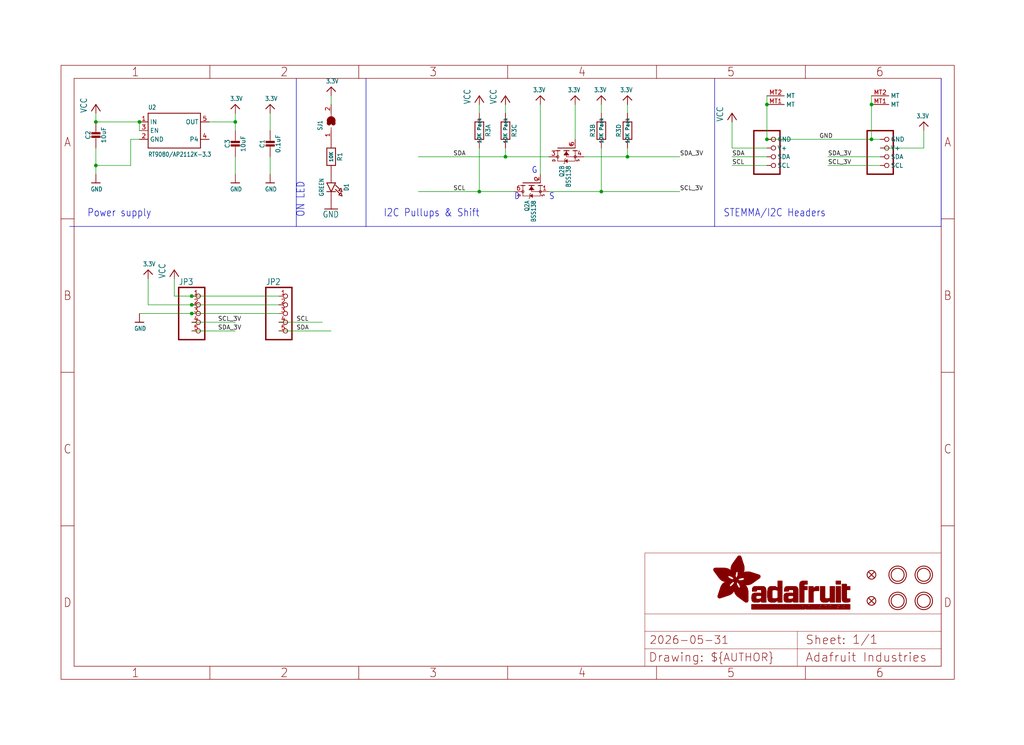
<source format=kicad_sch>
(kicad_sch (version 20230121) (generator eeschema)
  (paper "User" 298.45 217.322)
  (lib_symbols
    (symbol "working-eagle-import:3.3V" (power)
      (property "Value" "3.3V" (at -1.524 1.016 0))
      (symbol "3.3V_1_0"
        (pin power_in line (at 0 -2.54 90) (length 2.54) (name "3.3V") (number "1"))
      )
    )
    (symbol "working-eagle-import:CAP_CERAMIC0603_NO"
      (property "Reference" "C" (at -2.29 1.25 90))
      (symbol "CAP_CERAMIC0603_NO_1_0"
        (pin passive line (at 0 5.08 270) (length 2.54) (name "1") (number "1"))
        (pin passive line (at 0 -2.54 90) (length 2.54) (name "2") (number "2"))
      )
    )
    (symbol "working-eagle-import:CAP_CERAMIC0805-NOOUTLINE"
      (property "Reference" "C" (at -2.29 1.25 90))
      (symbol "CAP_CERAMIC0805-NOOUTLINE_1_0"
        (pin passive line (at 0 5.08 270) (length 2.54) (name "1") (number "1"))
        (pin passive line (at 0 -2.54 90) (length 2.54) (name "2") (number "2"))
      )
    )
    (symbol "working-eagle-import:FIDUCIAL_1MM")
    (symbol "working-eagle-import:FRAME_A4_ADAFRUIT"
      (symbol "FRAME_A4_ADAFRUIT_1_0"
        (text "${#}/${##}" (at 230.505 10.16 0) (effects (font (size 2.54 2.54)) (justify left bottom)))
        (text "${AUTHOR}" (at 189.23 5.08 0) (effects (font (size 2.286 2.286)) (justify left bottom)))
        (text "${CURRENT_DATE}" (at 171.45 10.16 0) (effects (font (size 2.286 2.286)) (justify left bottom)))
        (text "${PROJECTNAME}" (at 171.45 15.24 0) (effects (font (size 2.54 2.54)) (justify left bottom)))
        (text "1" (at 21.6958 1.905 0) (effects (font (size 2.54 2.286))))
        (text "1" (at 21.6958 177.165 0) (effects (font (size 2.54 2.286))))
        (text "2" (at 65.0875 1.905 0) (effects (font (size 2.54 2.286))))
        (text "2" (at 65.0875 177.165 0) (effects (font (size 2.54 2.286))))
        (text "3" (at 108.4792 1.905 0) (effects (font (size 2.54 2.286))))
        (text "3" (at 108.4792 177.165 0) (effects (font (size 2.54 2.286))))
        (text "4" (at 151.8708 1.905 0) (effects (font (size 2.54 2.286))))
        (text "4" (at 151.8708 177.165 0) (effects (font (size 2.54 2.286))))
        (text "5" (at 195.2625 1.905 0) (effects (font (size 2.54 2.286))))
        (text "5" (at 195.2625 177.165 0) (effects (font (size 2.54 2.286))))
        (text "6" (at 238.6542 1.905 0) (effects (font (size 2.54 2.286))))
        (text "6" (at 238.6542 177.165 0) (effects (font (size 2.54 2.286))))
        (text "A" (at 1.905 156.6863 0) (effects (font (size 2.54 2.286))))
        (text "A" (at 258.445 156.6863 0) (effects (font (size 2.54 2.286))))
        (text "Adafruit Industries" (at 216.916 4.953 0) (effects (font (size 2.54 2.54)) (justify left bottom)))
        (text "B" (at 1.905 111.9188 0) (effects (font (size 2.54 2.286))))
        (text "B" (at 258.445 111.9188 0) (effects (font (size 2.54 2.286))))
        (text "C" (at 1.905 67.1513 0) (effects (font (size 2.54 2.286))))
        (text "C" (at 258.445 67.1513 0) (effects (font (size 2.54 2.286))))
        (text "D" (at 1.905 22.3838 0) (effects (font (size 2.54 2.286))))
        (text "D" (at 258.445 22.3838 0) (effects (font (size 2.54 2.286))))
        (text "Drawing:" (at 171.196 4.953 0) (effects (font (size 2.54 2.54)) (justify left bottom)))
        (text "Sheet:" (at 216.916 10.033 0) (effects (font (size 2.54 2.54)) (justify left bottom)))
      )
    )
    (symbol "working-eagle-import:GND" (power)
      (property "Value" "GND" (at -1.524 -2.54 0))
      (symbol "GND_1_0"
        (pin power_in line (at 0 2.54 270) (length 2.54) (name "GND") (number "1"))
      )
    )
    (symbol "working-eagle-import:HEADER-1X576MIL"
      (property "Reference" "JP" (at -6.35 8.255 0))
      (symbol "HEADER-1X576MIL_1_0"
        (pin passive inverted (at -2.54 5.08 0) (length 2.54) (name "1") (number "1"))
        (pin passive inverted (at -2.54 2.54 0) (length 2.54) (name "2") (number "2"))
        (pin passive inverted (at -2.54 0 0) (length 2.54) (name "3") (number "3"))
        (pin passive inverted (at -2.54 -2.54 0) (length 2.54) (name "4") (number "4"))
        (pin passive inverted (at -2.54 -5.08 0) (length 2.54) (name "5") (number "5"))
      )
    )
    (symbol "working-eagle-import:LED0603_NOOUTLINE"
      (property "Reference" "D" (at -1.27 4.445 0))
      (symbol "LED0603_NOOUTLINE_1_0"
        (pin passive line (at -5.08 0 0) (length 2.54) (name "A") (number "A"))
        (pin passive line (at 2.54 0 180) (length 2.54) (name "C") (number "C"))
      )
    )
    (symbol "working-eagle-import:MOSFET-N_DUAL"
      (property "Reference" "Q" (at 5.08 0.635 0))
      (symbol "MOSFET-N_DUAL_1_0"
        (text "D" (at 3.175 3.175 0) (effects (font (size 0.8128 0.6908)) (justify left bottom)))
        (text "G" (at -1.27 -1.905 0) (effects (font (size 0.8128 0.6908)) (justify left bottom)))
        (text "S" (at 3.175 -3.81 0) (effects (font (size 0.8128 0.6908)) (justify left bottom)))
        (pin bidirectional line (at 2.54 -5.08 90) (length 2.54) (name "S") (number "1"))
        (pin bidirectional line (at -2.54 -2.54 0) (length 2.54) (name "G") (number "2"))
        (pin bidirectional line (at 2.54 5.08 270) (length 2.54) (name "D") (number "6"))
      )
      (symbol "MOSFET-N_DUAL_2_0"
        (text "D" (at 3.175 3.175 0) (effects (font (size 0.8128 0.6908)) (justify left bottom)))
        (text "G" (at -1.27 -1.905 0) (effects (font (size 0.8128 0.6908)) (justify left bottom)))
        (text "S" (at 3.175 -3.81 0) (effects (font (size 0.8128 0.6908)) (justify left bottom)))
        (pin bidirectional line (at 2.54 5.08 270) (length 2.54) (name "D") (number "3"))
        (pin bidirectional line (at 2.54 -5.08 90) (length 2.54) (name "S") (number "4"))
        (pin bidirectional line (at -2.54 -2.54 0) (length 2.54) (name "G") (number "5"))
      )
    )
    (symbol "working-eagle-import:MOUNTINGHOLE2.5")
    (symbol "working-eagle-import:RESISTOR_0603_NOOUT"
      (property "Reference" "R" (at 0 2.54 0))
      (symbol "RESISTOR_0603_NOOUT_1_0"
        (pin passive line (at -5.08 0 0) (length 2.54) (name "1") (number "1"))
        (pin passive line (at 5.08 0 180) (length 2.54) (name "2") (number "2"))
      )
    )
    (symbol "working-eagle-import:RESISTOR_4PACK"
      (property "Reference" "R" (at 0 2.54 0))
      (symbol "RESISTOR_4PACK_1_0"
        (pin passive line (at -5.08 0 0) (length 2.54) (name "1") (number "1"))
        (pin passive line (at 5.08 0 180) (length 2.54) (name "2") (number "8"))
      )
      (symbol "RESISTOR_4PACK_2_0"
        (pin passive line (at -5.08 0 0) (length 2.54) (name "1") (number "2"))
        (pin passive line (at 5.08 0 180) (length 2.54) (name "2") (number "7"))
      )
      (symbol "RESISTOR_4PACK_3_0"
        (pin passive line (at -5.08 0 0) (length 2.54) (name "1") (number "3"))
        (pin passive line (at 5.08 0 180) (length 2.54) (name "2") (number "6"))
      )
      (symbol "RESISTOR_4PACK_4_0"
        (pin passive line (at -5.08 0 0) (length 2.54) (name "1") (number "4"))
        (pin passive line (at 5.08 0 180) (length 2.54) (name "2") (number "5"))
      )
    )
    (symbol "working-eagle-import:SOLDERJUMPERCLOSED"
      (property "Reference" "SJ" (at -2.54 2.54 0))
      (symbol "SOLDERJUMPERCLOSED_1_0"
        (pin passive line (at -5.08 0 0) (length 2.54) (name "1") (number "1"))
        (pin passive line (at 5.08 0 180) (length 2.54) (name "2") (number "2"))
      )
    )
    (symbol "working-eagle-import:STEMMA_I2C_QT"
      (symbol "STEMMA_I2C_QT_1_0"
        (pin passive inverted (at 0 5.08 0) (length 2.54) (name "GND") (number "1"))
        (pin passive inverted (at 0 2.54 0) (length 2.54) (name "V+") (number "2"))
        (pin passive inverted (at 0 0 0) (length 2.54) (name "SDA") (number "3"))
        (pin passive inverted (at 0 -2.54 0) (length 2.54) (name "SCL") (number "4"))
      )
      (symbol "STEMMA_I2C_QT_2_0"
        (pin bidirectional line (at 0 0 0) (length 5.08) (name "MT") (number "MT1"))
      )
      (symbol "STEMMA_I2C_QT_3_0"
        (pin bidirectional line (at 0 0 0) (length 5.08) (name "MT") (number "MT2"))
      )
    )
    (symbol "working-eagle-import:VCC" (power)
      (property "Value" "VCC" (at -2.54 -2.54 90))
      (symbol "VCC_1_0"
        (pin power_in line (at 0 -2.54 90) (length 2.54) (name "VCC") (number "1"))
      )
    )
    (symbol "working-eagle-import:VREG_SOT23-5"
      (property "Reference" "U" (at -7.62 6.096 0))
      (symbol "VREG_SOT23-5_1_0"
        (pin power_in line (at -10.16 2.54 0) (length 2.54) (name "IN") (number "1"))
        (pin power_in line (at -10.16 -2.54 0) (length 2.54) (name "GND") (number "2"))
        (pin input line (at -10.16 0 0) (length 2.54) (name "EN") (number "3"))
        (pin bidirectional line (at 10.16 -2.54 180) (length 2.54) (name "P4") (number "4"))
        (pin power_in line (at 10.16 2.54 180) (length 2.54) (name "OUT") (number "5"))
      )
    )
    (symbol "working-eagle-import:supply1_GND" (power)
      (property "Value" "supply1_GND" (at -2.54 -2.54 0))
      (symbol "supply1_GND_1_0"
        (pin power_in line (at 0 2.54 270) (length 2.54) (name "GND") (number "1"))
      )
    )
  )
  (junction (at 223.52 30.48))
  (junction (at 27.94 35.56))
  (junction (at 68.58 35.56))
  (junction (at 147.32 45.72))
  (junction (at 55.88 91.44))
  (junction (at 175.26 55.88))
  (junction (at 182.88 45.72))
  (junction (at 254 30.48))
  (junction (at 55.88 86.36))
  (junction (at 254 40.64))
  (junction (at 55.88 88.9))
  (junction (at 40.64 35.56))
  (junction (at 27.94 48.26))
  (junction (at 223.52 40.64))
  (junction (at 139.7 55.88))
  (wire (pts (xy 175.26 33.02) (xy 175.26 30.48)) (stroke (width 0.1524)))
  (wire (pts (xy 147.32 33.02) (xy 147.32 30.48)) (stroke (width 0.1524)))
  (wire (pts (xy 40.64 35.56) (xy 27.94 35.56)) (stroke (width 0.1524)))
  (wire (pts (xy 40.64 38.1) (xy 40.64 35.56)) (stroke (width 0.1524)))
  (wire (pts (xy 269.24 43.18) (xy 269.24 38.1)) (stroke (width 0.1524)))
  (wire (pts (xy 157.48 50.8) (xy 157.48 30.48)) (stroke (width 0.1524)))
  (wire (pts (xy 182.88 43.18) (xy 182.88 45.72)) (stroke (width 0.1524)))
  (wire (pts (xy 160.02 55.88) (xy 175.26 55.88)) (stroke (width 0.1524)))
  (wire (pts (xy 78.74 45.72) (xy 78.74 50.8)) (stroke (width 0.1524)))
  (wire (pts (xy 81.28 93.98) (xy 93.98 93.98)) (stroke (width 0.1524)))
  (wire (pts (xy 223.52 43.18) (xy 213.36 43.18)) (stroke (width 0.1524)))
  (wire (pts (xy 167.64 40.64) (xy 167.64 30.48)) (stroke (width 0.1524)))
  (wire (pts (xy 38.1 40.64) (xy 38.1 48.26)) (stroke (width 0.1524)))
  (wire (pts (xy 254 30.48) (xy 254 40.64)) (stroke (width 0.1524)))
  (wire (pts (xy 40.64 40.64) (xy 38.1 40.64)) (stroke (width 0.1524)))
  (wire (pts (xy 254 27.94) (xy 254 30.48)) (stroke (width 0.1524)))
  (wire (pts (xy 147.32 45.72) (xy 121.92 45.72)) (stroke (width 0.1524)))
  (wire (pts (xy 38.1 48.26) (xy 27.94 48.26)) (stroke (width 0.1524)))
  (wire (pts (xy 68.58 35.56) (xy 68.58 33.02)) (stroke (width 0.1524)))
  (wire (pts (xy 55.88 88.9) (xy 81.28 88.9)) (stroke (width 0.1524)))
  (wire (pts (xy 254 40.64) (xy 223.52 40.64)) (stroke (width 0.1524)))
  (wire (pts (xy 68.58 96.52) (xy 55.88 96.52)) (stroke (width 0.1524)))
  (wire (pts (xy 43.18 88.9) (xy 43.18 81.28)) (stroke (width 0.1524)))
  (wire (pts (xy 149.86 55.88) (xy 139.7 55.88)) (stroke (width 0.1524)))
  (wire (pts (xy 27.94 48.26) (xy 27.94 50.8)) (stroke (width 0.1524)))
  (wire (pts (xy 175.26 55.88) (xy 198.12 55.88)) (stroke (width 0.1524)))
  (wire (pts (xy 170.18 45.72) (xy 182.88 45.72)) (stroke (width 0.1524)))
  (wire (pts (xy 213.36 48.26) (xy 223.52 48.26)) (stroke (width 0.1524)))
  (wire (pts (xy 256.54 43.18) (xy 269.24 43.18)) (stroke (width 0.1524)))
  (wire (pts (xy 147.32 43.18) (xy 147.32 45.72)) (stroke (width 0.1524)))
  (polyline (pts (xy 208.28 66.04) (xy 274.32 66.04)) (stroke (width 0.1524) (type solid)))
  (wire (pts (xy 81.28 96.52) (xy 96.52 96.52)) (stroke (width 0.1524)))
  (wire (pts (xy 27.94 33.02) (xy 27.94 35.56)) (stroke (width 0.1524)))
  (wire (pts (xy 96.52 30.48) (xy 96.52 27.94)) (stroke (width 0.1524)))
  (wire (pts (xy 223.52 27.94) (xy 223.52 30.48)) (stroke (width 0.1524)))
  (wire (pts (xy 78.74 33.02) (xy 78.74 38.1)) (stroke (width 0.1524)))
  (wire (pts (xy 55.88 91.44) (xy 40.64 91.44)) (stroke (width 0.1524)))
  (wire (pts (xy 55.88 86.36) (xy 50.8 86.36)) (stroke (width 0.1524)))
  (wire (pts (xy 213.36 43.18) (xy 213.36 35.56)) (stroke (width 0.1524)))
  (wire (pts (xy 223.52 30.48) (xy 223.52 40.64)) (stroke (width 0.1524)))
  (wire (pts (xy 139.7 55.88) (xy 121.92 55.88)) (stroke (width 0.1524)))
  (wire (pts (xy 60.96 35.56) (xy 68.58 35.56)) (stroke (width 0.1524)))
  (polyline (pts (xy 208.28 22.86) (xy 208.28 66.04)) (stroke (width 0.1524) (type solid)))
  (polyline (pts (xy 20.32 66.04) (xy 86.36 66.04)) (stroke (width 0.1524) (type solid)))
  (polyline (pts (xy 274.32 22.86) (xy 274.32 66.04)) (stroke (width 0.1524) (type solid)))
  (polyline (pts (xy 106.68 22.86) (xy 106.68 66.04)) (stroke (width 0.1524) (type solid)))
  (wire (pts (xy 55.88 91.44) (xy 81.28 91.44)) (stroke (width 0.1524)))
  (polyline (pts (xy 86.36 22.86) (xy 86.36 66.04)) (stroke (width 0.1524) (type solid)))
  (wire (pts (xy 182.88 45.72) (xy 198.12 45.72)) (stroke (width 0.1524)))
  (wire (pts (xy 241.3 48.26) (xy 256.54 48.26)) (stroke (width 0.1524)))
  (polyline (pts (xy 106.68 66.04) (xy 208.28 66.04)) (stroke (width 0.1524) (type solid)))
  (wire (pts (xy 256.54 40.64) (xy 254 40.64)) (stroke (width 0.1524)))
  (wire (pts (xy 55.88 93.98) (xy 68.58 93.98)) (stroke (width 0.1524)))
  (wire (pts (xy 27.94 48.26) (xy 27.94 43.18)) (stroke (width 0.1524)))
  (wire (pts (xy 139.7 43.18) (xy 139.7 55.88)) (stroke (width 0.1524)))
  (wire (pts (xy 256.54 45.72) (xy 241.3 45.72)) (stroke (width 0.1524)))
  (wire (pts (xy 68.58 35.56) (xy 68.58 38.1)) (stroke (width 0.1524)))
  (wire (pts (xy 160.02 45.72) (xy 147.32 45.72)) (stroke (width 0.1524)))
  (wire (pts (xy 175.26 43.18) (xy 175.26 55.88)) (stroke (width 0.1524)))
  (wire (pts (xy 182.88 33.02) (xy 182.88 30.48)) (stroke (width 0.1524)))
  (polyline (pts (xy 86.36 66.04) (xy 106.68 66.04)) (stroke (width 0.1524) (type solid)))
  (wire (pts (xy 55.88 88.9) (xy 43.18 88.9)) (stroke (width 0.1524)))
  (wire (pts (xy 223.52 45.72) (xy 213.36 45.72)) (stroke (width 0.1524)))
  (wire (pts (xy 50.8 86.36) (xy 50.8 81.28)) (stroke (width 0.1524)))
  (wire (pts (xy 68.58 45.72) (xy 68.58 50.8)) (stroke (width 0.1524)))
  (wire (pts (xy 55.88 86.36) (xy 81.28 86.36)) (stroke (width 0.1524)))
  (wire (pts (xy 139.7 30.48) (xy 139.7 33.02)) (stroke (width 0.1524)))
  (text "S" (at 160.02 58.42 0) (effects (font (size 1.778 1.5113)) (justify left bottom)))
  (text "G" (at 154.94 50.8 0) (effects (font (size 1.778 1.5113)) (justify left bottom)))
  (text "ON LED" (at 88.9 63.5 90) (effects (font (size 2.1844 1.8567)) (justify left bottom)))
  (text "Power supply" (at 25.4 63.5 0) (effects (font (size 2.1844 1.8567)) (justify left bottom)))
  (text "STEMMA/I2C Headers" (at 210.82 63.5 0) (effects (font (size 2.1844 1.8567)) (justify left bottom)))
  (text "I2C Pullups & Shift" (at 111.76 63.5 0) (effects (font (size 2.1844 1.8567)) (justify left bottom)))
  (text "D" (at 149.86 58.42 0) (effects (font (size 1.778 1.5113)) (justify left bottom)))
  (label "GND" (at 238.76 40.64 0) (effects (font (size 1.2446 1.2446))))
  (label "SDA_3V" (at 241.3 45.72 0) (effects (font (size 1.2446 1.2446))))
  (label "SCL" (at 213.36 48.26 0) (effects (font (size 1.2446 1.2446))))
  (label "SDA_3V" (at 63.5 96.52 0) (effects (font (size 1.2446 1.2446))))
  (label "SCL" (at 86.36 93.98 0) (effects (font (size 1.2446 1.2446))))
  (label "SDA" (at 132.08 45.72 0) (effects (font (size 1.2446 1.2446))))
  (label "SDA" (at 86.36 96.52 0) (effects (font (size 1.2446 1.2446))))
  (label "SDA_3V" (at 198.12 45.72 0) (effects (font (size 1.2446 1.2446))))
  (label "SCL_3V" (at 198.12 55.88 0) (effects (font (size 1.2446 1.2446))))
  (label "SCL" (at 132.08 55.88 0) (effects (font (size 1.2446 1.2446))))
  (label "SCL_3V" (at 241.3 48.26 0) (effects (font (size 1.2446 1.2446))))
  (label "SCL_3V" (at 63.5 93.98 0) (effects (font (size 1.2446 1.2446))))
  (label "SDA" (at 213.36 45.72 0) (effects (font (size 1.2446 1.2446))))
  (symbol (lib_id "working-eagle-import:CAP_CERAMIC0805-NOOUTLINE") (at 68.58 43.18 0) (unit 1)
    (property "Reference" "C3" (at 66.29 41.93 90))
    (property "Value" "10uF" (at 70.88 41.93 90))
    (property "Footprint" "working:0805-NO" (effects hide))
  )
  (symbol (lib_id "working-eagle-import:VCC") (at 139.7 27.94 0) (unit 1)
    (property "Reference" "#P+1" (effects hide))
    (property "Value" "VCC" (at 137.16 30.48 90) (effects (font (size 1.778 1.5113)) (justify left bottom)))
  )
  (symbol (lib_id "working-eagle-import:STEMMA_I2C_QT") (at 254 30.48 0) (unit 2)
    (property "Reference" "CONN4" (effects hide))
    (property "Value" "STEMMA_I2C_QT" (effects hide))
    (property "Footprint" "working:JST_SH4" (effects hide))
  )
  (symbol (lib_id "working-eagle-import:VCC") (at 50.8 78.74 0) (unit 1)
    (property "Reference" "#P+4" (effects hide))
    (property "Value" "VCC" (at 48.26 81.28 90) (effects (font (size 1.778 1.5113)) (justify left bottom)))
  )
  (symbol (lib_id "working-eagle-import:STEMMA_I2C_QT") (at 223.52 30.48 0) (unit 2)
    (property "Reference" "CONN3" (effects hide))
    (property "Value" "STEMMA_I2C_QT" (effects hide))
    (property "Footprint" "working:JST_SH4" (effects hide))
  )
  (symbol (lib_id "working-eagle-import:STEMMA_I2C_QT") (at 254 27.94 0) (unit 3)
    (property "Reference" "CONN4" (effects hide))
    (property "Value" "STEMMA_I2C_QT" (effects hide))
    (property "Footprint" "working:JST_SH4" (effects hide))
  )
  (symbol (lib_id "working-eagle-import:FIDUCIAL_1MM") (at 254 175.26 0) (unit 1)
    (property "Reference" "FID3" (effects hide))
    (property "Value" "FIDUCIAL_1MM" (effects hide))
    (property "Footprint" "working:FIDUCIAL_1MM" (effects hide))
  )
  (symbol (lib_id "working-eagle-import:3.3V") (at 78.74 30.48 0) (unit 1)
    (property "Reference" "#U$14" (effects hide))
    (property "Value" "3.3V" (at 77.216 29.464 0) (effects (font (size 1.27 1.0795)) (justify left bottom)))
  )
  (symbol (lib_id "working-eagle-import:VCC") (at 213.36 33.02 0) (unit 1)
    (property "Reference" "#P+5" (effects hide))
    (property "Value" "VCC" (at 210.82 35.56 90) (effects (font (size 1.778 1.5113)) (justify left bottom)))
  )
  (symbol (lib_id "working-eagle-import:RESISTOR_4PACK") (at 175.26 38.1 90) (mirror x) (unit 2)
    (property "Reference" "R3" (at 172.72 38.1 0))
    (property "Value" "10K Pack" (at 175.26 38.1 0) (effects (font (size 1.016 1.016) bold)))
    (property "Footprint" "working:RESPACK_4X0603" (effects hide))
  )
  (symbol (lib_id "working-eagle-import:STEMMA_I2C_QT") (at 223.52 27.94 0) (unit 3)
    (property "Reference" "CONN3" (effects hide))
    (property "Value" "STEMMA_I2C_QT" (effects hide))
    (property "Footprint" "working:JST_SH4" (effects hide))
  )
  (symbol (lib_id "working-eagle-import:RESISTOR_4PACK") (at 147.32 38.1 270) (unit 3)
    (property "Reference" "R3" (at 149.86 38.1 0))
    (property "Value" "10K Pack" (at 147.32 38.1 0) (effects (font (size 1.016 1.016) bold)))
    (property "Footprint" "working:RESPACK_4X0603" (effects hide))
  )
  (symbol (lib_id "working-eagle-import:SOLDERJUMPERCLOSED") (at 96.52 35.56 90) (unit 1)
    (property "Reference" "SJ1" (at 93.98 38.1 0) (effects (font (size 1.27 1.0795)) (justify left bottom)))
    (property "Value" "SOLDERJUMPERCLOSED" (effects hide))
    (property "Footprint" "working:SOLDERJUMPER_CLOSEDWIRE" (effects hide))
  )
  (symbol (lib_id "working-eagle-import:HEADER-1X576MIL") (at 83.82 91.44 0) (unit 1)
    (property "Reference" "JP2" (at 77.47 83.185 0) (effects (font (size 1.778 1.5113)) (justify left bottom)))
    (property "Value" "HEADER-1X576MIL" (effects hide))
    (property "Footprint" "working:1X05_ROUND_76" (effects hide))
  )
  (symbol (lib_id "working-eagle-import:RESISTOR_0603_NOOUT") (at 96.52 45.72 270) (unit 1)
    (property "Reference" "R1" (at 99.06 45.72 0))
    (property "Value" "10K" (at 96.52 45.72 0) (effects (font (size 1.016 1.016) bold)))
    (property "Footprint" "working:0603-NO" (effects hide))
  )
  (symbol (lib_id "working-eagle-import:RESISTOR_4PACK") (at 139.7 38.1 270) (unit 1)
    (property "Reference" "R3" (at 142.24 38.1 0))
    (property "Value" "10K Pack" (at 139.7 38.1 0) (effects (font (size 1.016 1.016) bold)))
    (property "Footprint" "working:RESPACK_4X0603" (effects hide))
  )
  (symbol (lib_id "working-eagle-import:supply1_GND") (at 96.52 60.96 0) (unit 1)
    (property "Reference" "#GND6" (effects hide))
    (property "Value" "GND" (at 93.98 63.5 0) (effects (font (size 1.778 1.5113)) (justify left bottom)))
  )
  (symbol (lib_id "working-eagle-import:STEMMA_I2C_QT") (at 223.52 45.72 0) (unit 1)
    (property "Reference" "CONN3" (effects hide))
    (property "Value" "STEMMA_I2C_QT" (effects hide))
    (property "Footprint" "working:JST_SH4" (effects hide))
  )
  (symbol (lib_id "working-eagle-import:VCC") (at 147.32 27.94 0) (unit 1)
    (property "Reference" "#P+2" (effects hide))
    (property "Value" "VCC" (at 144.78 30.48 90) (effects (font (size 1.778 1.5113)) (justify left bottom)))
  )
  (symbol (lib_id "working-eagle-import:3.3V") (at 43.18 78.74 0) (unit 1)
    (property "Reference" "#U$16" (effects hide))
    (property "Value" "3.3V" (at 41.656 77.724 0) (effects (font (size 1.27 1.0795)) (justify left bottom)))
  )
  (symbol (lib_id "working-eagle-import:GND") (at 40.64 93.98 0) (unit 1)
    (property "Reference" "#U$10" (effects hide))
    (property "Value" "GND" (at 39.116 96.52 0) (effects (font (size 1.27 1.0795)) (justify left bottom)))
  )
  (symbol (lib_id "working-eagle-import:3.3V") (at 167.64 27.94 0) (mirror y) (unit 1)
    (property "Reference" "#U$23" (effects hide))
    (property "Value" "3.3V" (at 169.164 26.924 0) (effects (font (size 1.27 1.0795)) (justify left bottom)))
  )
  (symbol (lib_id "working-eagle-import:STEMMA_I2C_QT") (at 256.54 45.72 0) (unit 1)
    (property "Reference" "CONN4" (effects hide))
    (property "Value" "STEMMA_I2C_QT" (effects hide))
    (property "Footprint" "working:JST_SH4" (effects hide))
  )
  (symbol (lib_id "working-eagle-import:HEADER-1X576MIL") (at 58.42 91.44 0) (unit 1)
    (property "Reference" "JP3" (at 52.07 83.185 0) (effects (font (size 1.778 1.5113)) (justify left bottom)))
    (property "Value" "HEADER-1X576MIL" (effects hide))
    (property "Footprint" "working:1X05_ROUND_76" (effects hide))
  )
  (symbol (lib_id "working-eagle-import:MOSFET-N_DUAL") (at 154.94 53.34 90) (mirror x) (unit 1)
    (property "Reference" "Q2" (at 154.305 58.42 0) (effects (font (size 1.27 1.0795)) (justify left bottom)))
    (property "Value" "BSS138" (at 156.21 58.42 0) (effects (font (size 1.27 1.0795)) (justify left bottom)))
    (property "Footprint" "working:SOT363" (effects hide))
  )
  (symbol (lib_id "working-eagle-import:FIDUCIAL_1MM") (at 254 167.64 0) (unit 1)
    (property "Reference" "FID4" (effects hide))
    (property "Value" "FIDUCIAL_1MM" (effects hide))
    (property "Footprint" "working:FIDUCIAL_1MM" (effects hide))
  )
  (symbol (lib_id "working-eagle-import:MOUNTINGHOLE2.5") (at 269.24 175.26 0) (unit 1)
    (property "Reference" "U$21" (effects hide))
    (property "Value" "MOUNTINGHOLE2.5" (effects hide))
    (property "Footprint" "working:MOUNTINGHOLE_2.5_PLATED" (effects hide))
  )
  (symbol (lib_id "working-eagle-import:LED0603_NOOUTLINE") (at 96.52 55.88 270) (unit 1)
    (property "Reference" "D1" (at 100.965 54.61 0) (effects (font (size 1.27 1.0795))))
    (property "Value" "GREEN" (at 93.726 54.61 0) (effects (font (size 1.27 1.0795))))
    (property "Footprint" "working:CHIPLED_0603_NOOUTLINE" (effects hide))
  )
  (symbol (lib_id "working-eagle-import:MOUNTINGHOLE2.5") (at 269.24 167.64 0) (unit 1)
    (property "Reference" "U$19" (effects hide))
    (property "Value" "MOUNTINGHOLE2.5" (effects hide))
    (property "Footprint" "working:MOUNTINGHOLE_2.5_PLATED" (effects hide))
  )
  (symbol (lib_id "working-eagle-import:3.3V") (at 182.88 27.94 0) (mirror y) (unit 1)
    (property "Reference" "#U$7" (effects hide))
    (property "Value" "3.3V" (at 184.404 26.924 0) (effects (font (size 1.27 1.0795)) (justify left bottom)))
  )
  (symbol (lib_id "working-eagle-import:CAP_CERAMIC0805-NOOUTLINE") (at 27.94 40.64 0) (unit 1)
    (property "Reference" "C2" (at 25.65 39.39 90))
    (property "Value" "10uF" (at 30.24 39.39 90))
    (property "Footprint" "working:0805-NO" (effects hide))
  )
  (symbol (lib_id "working-eagle-import:3.3V") (at 157.48 27.94 0) (mirror y) (unit 1)
    (property "Reference" "#U$26" (effects hide))
    (property "Value" "3.3V" (at 159.004 26.924 0) (effects (font (size 1.27 1.0795)) (justify left bottom)))
  )
  (symbol (lib_id "working-eagle-import:RESISTOR_4PACK") (at 182.88 38.1 90) (mirror x) (unit 4)
    (property "Reference" "R3" (at 180.34 38.1 0))
    (property "Value" "10K Pack" (at 182.88 38.1 0) (effects (font (size 1.016 1.016) bold)))
    (property "Footprint" "working:RESPACK_4X0603" (effects hide))
  )
  (symbol (lib_id "working-eagle-import:CAP_CERAMIC0603_NO") (at 78.74 43.18 0) (unit 1)
    (property "Reference" "C1" (at 76.45 41.93 90))
    (property "Value" "0.1uF" (at 81.04 41.93 90))
    (property "Footprint" "working:0603-NO" (effects hide))
  )
  (symbol (lib_id "working-eagle-import:MOSFET-N_DUAL") (at 165.1 43.18 90) (mirror x) (unit 2)
    (property "Reference" "Q2" (at 164.465 48.26 0) (effects (font (size 1.27 1.0795)) (justify left bottom)))
    (property "Value" "BSS138" (at 166.37 48.26 0) (effects (font (size 1.27 1.0795)) (justify left bottom)))
    (property "Footprint" "working:SOT363" (effects hide))
  )
  (symbol (lib_id "working-eagle-import:3.3V") (at 96.52 25.4 0) (unit 1)
    (property "Reference" "#U$3" (effects hide))
    (property "Value" "3.3V" (at 94.996 24.384 0) (effects (font (size 1.27 1.0795)) (justify left bottom)))
  )
  (symbol (lib_id "working-eagle-import:GND") (at 68.58 53.34 0) (unit 1)
    (property "Reference" "#U$5" (effects hide))
    (property "Value" "GND" (at 67.056 55.88 0) (effects (font (size 1.27 1.0795)) (justify left bottom)))
  )
  (symbol (lib_id "working-eagle-import:MOUNTINGHOLE2.5") (at 261.62 175.26 0) (unit 1)
    (property "Reference" "U$1" (effects hide))
    (property "Value" "MOUNTINGHOLE2.5" (effects hide))
    (property "Footprint" "working:MOUNTINGHOLE_2.5_PLATED" (effects hide))
  )
  (symbol (lib_id "working-eagle-import:3.3V") (at 68.58 30.48 0) (unit 1)
    (property "Reference" "#U$15" (effects hide))
    (property "Value" "3.3V" (at 67.056 29.464 0) (effects (font (size 1.27 1.0795)) (justify left bottom)))
  )
  (symbol (lib_id "working-eagle-import:FRAME_A4_ADAFRUIT") (at 17.78 198.12 0) (unit 1)
    (property "Reference" "#U$18" (effects hide))
    (property "Value" "FRAME_A4_ADAFRUIT" (effects hide))
  )
  (symbol (lib_id "working-eagle-import:MOUNTINGHOLE2.5") (at 261.62 167.64 0) (unit 1)
    (property "Reference" "U$17" (effects hide))
    (property "Value" "MOUNTINGHOLE2.5" (effects hide))
    (property "Footprint" "working:MOUNTINGHOLE_2.5_PLATED" (effects hide))
  )
  (symbol (lib_id "working-eagle-import:VCC") (at 27.94 30.48 0) (unit 1)
    (property "Reference" "#P+3" (effects hide))
    (property "Value" "VCC" (at 25.4 33.02 90) (effects (font (size 1.778 1.5113)) (justify left bottom)))
  )
  (symbol (lib_id "working-eagle-import:GND") (at 78.74 53.34 0) (unit 1)
    (property "Reference" "#U$6" (effects hide))
    (property "Value" "GND" (at 77.216 55.88 0) (effects (font (size 1.27 1.0795)) (justify left bottom)))
  )
  (symbol (lib_id "working-eagle-import:3.3V") (at 269.24 35.56 0) (mirror y) (unit 1)
    (property "Reference" "#U$4" (effects hide))
    (property "Value" "3.3V" (at 270.764 34.544 0) (effects (font (size 1.27 1.0795)) (justify left bottom)))
  )
  (symbol (lib_id "working-eagle-import:3.3V") (at 175.26 27.94 0) (mirror y) (unit 1)
    (property "Reference" "#U$24" (effects hide))
    (property "Value" "3.3V" (at 176.784 26.924 0) (effects (font (size 1.27 1.0795)) (justify left bottom)))
  )
  (symbol (lib_id "working-eagle-import:GND") (at 27.94 53.34 0) (unit 1)
    (property "Reference" "#U$13" (effects hide))
    (property "Value" "GND" (at 26.416 55.88 0) (effects (font (size 1.27 1.0795)) (justify left bottom)))
  )
  (symbol (lib_id "working-eagle-import:VREG_SOT23-5") (at 50.8 38.1 0) (unit 1)
    (property "Reference" "U2" (at 43.18 32.004 0) (effects (font (size 1.27 1.0795)) (justify left bottom)))
    (property "Value" "RT9080/AP2112K-3.3" (at 43.18 45.72 0) (effects (font (size 1.27 1.0795)) (justify left bottom)))
    (property "Footprint" "working:SOT23-5" (effects hide))
    (property "JLC_ROTATION" "0" (effects hide))
  )
)
</source>
